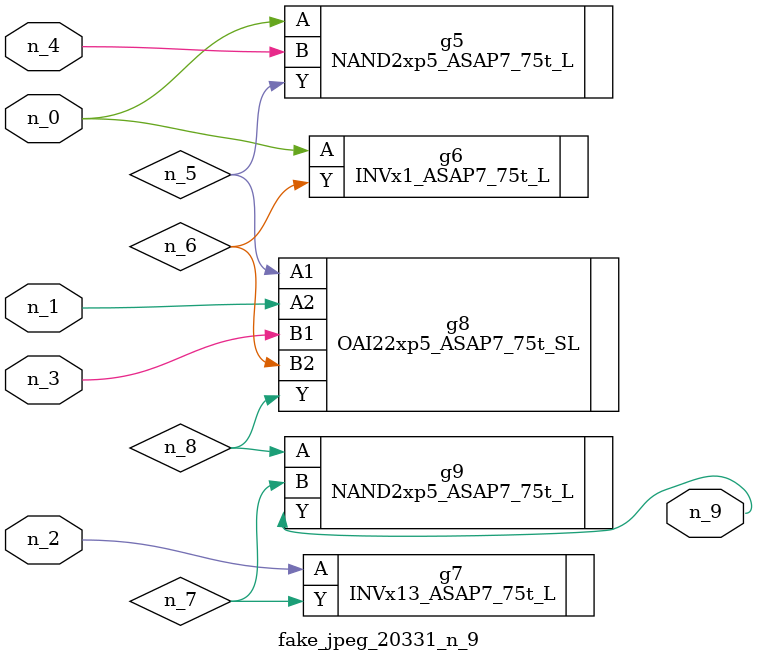
<source format=v>
module fake_jpeg_20331_n_9 (n_3, n_2, n_1, n_0, n_4, n_9);

input n_3;
input n_2;
input n_1;
input n_0;
input n_4;

output n_9;

wire n_8;
wire n_6;
wire n_5;
wire n_7;

NAND2xp5_ASAP7_75t_L g5 ( 
.A(n_0),
.B(n_4),
.Y(n_5)
);

INVx1_ASAP7_75t_L g6 ( 
.A(n_0),
.Y(n_6)
);

INVx13_ASAP7_75t_L g7 ( 
.A(n_2),
.Y(n_7)
);

OAI22xp5_ASAP7_75t_SL g8 ( 
.A1(n_5),
.A2(n_1),
.B1(n_3),
.B2(n_6),
.Y(n_8)
);

NAND2xp5_ASAP7_75t_L g9 ( 
.A(n_8),
.B(n_7),
.Y(n_9)
);


endmodule
</source>
